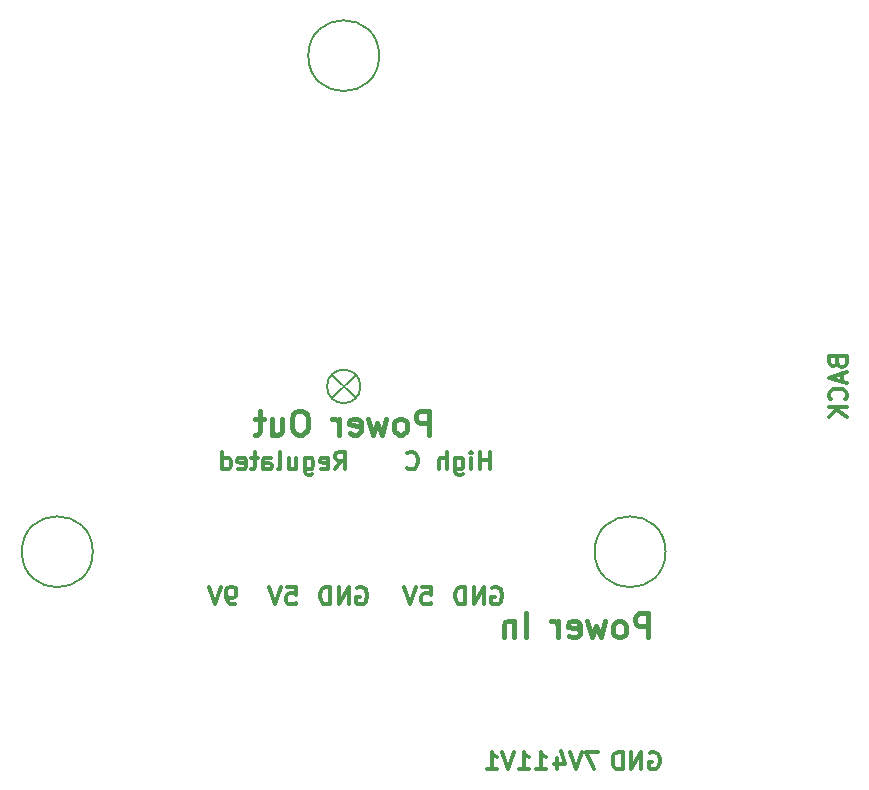
<source format=gbr>
G04 #@! TF.GenerationSoftware,KiCad,Pcbnew,(5.0.0)*
G04 #@! TF.CreationDate,2018-08-26T00:23:22+09:00*
G04 #@! TF.ProjectId,power-supply,706F7765722D737570706C792E6B6963,rev?*
G04 #@! TF.SameCoordinates,Original*
G04 #@! TF.FileFunction,Legend,Bot*
G04 #@! TF.FilePolarity,Positive*
%FSLAX46Y46*%
G04 Gerber Fmt 4.6, Leading zero omitted, Abs format (unit mm)*
G04 Created by KiCad (PCBNEW (5.0.0)) date 08/26/18 00:23:22*
%MOMM*%
%LPD*%
G01*
G04 APERTURE LIST*
%ADD10C,0.200000*%
%ADD11C,0.300000*%
%ADD12C,0.400000*%
G04 APERTURE END LIST*
D10*
X3000000Y28000000D02*
G75*
G03X3000000Y28000000I-3000000J0D01*
G01*
X-21248711Y-13999999D02*
G75*
G03X-21248711Y-13999999I-3000000J0D01*
G01*
X27248711Y-13999999D02*
G75*
G03X27248711Y-13999999I-3000000J0D01*
G01*
X-1000000Y-1000000D02*
X1000000Y1000000D01*
D11*
X41802857Y2035714D02*
X41874285Y1821428D01*
X41945714Y1750000D01*
X42088571Y1678571D01*
X42302857Y1678571D01*
X42445714Y1750000D01*
X42517142Y1821428D01*
X42588571Y1964285D01*
X42588571Y2535714D01*
X41088571Y2535714D01*
X41088571Y2035714D01*
X41160000Y1892857D01*
X41231428Y1821428D01*
X41374285Y1750000D01*
X41517142Y1750000D01*
X41660000Y1821428D01*
X41731428Y1892857D01*
X41802857Y2035714D01*
X41802857Y2535714D01*
X42160000Y1107142D02*
X42160000Y392857D01*
X42588571Y1250000D02*
X41088571Y750000D01*
X42588571Y249999D01*
X42445714Y-1107142D02*
X42517142Y-1035714D01*
X42588571Y-821428D01*
X42588571Y-678571D01*
X42517142Y-464285D01*
X42374285Y-321428D01*
X42231428Y-250000D01*
X41945714Y-178571D01*
X41731428Y-178571D01*
X41445714Y-249999D01*
X41302857Y-321428D01*
X41160000Y-464285D01*
X41088571Y-678571D01*
X41088571Y-821428D01*
X41160000Y-1035714D01*
X41231428Y-1107142D01*
X42588571Y-1750000D02*
X41088571Y-1750000D01*
X42588571Y-2607142D02*
X41731428Y-1964285D01*
X41088571Y-2607142D02*
X41945714Y-1750000D01*
X25907857Y-31000000D02*
X26050714Y-30928571D01*
X26265000Y-30928571D01*
X26479285Y-31000000D01*
X26622142Y-31142857D01*
X26693571Y-31285714D01*
X26765000Y-31571428D01*
X26765000Y-31785714D01*
X26693571Y-32071428D01*
X26622142Y-32214285D01*
X26479285Y-32357142D01*
X26265000Y-32428571D01*
X26122142Y-32428571D01*
X25907857Y-32357142D01*
X25836428Y-32285714D01*
X25836428Y-31785714D01*
X26122142Y-31785714D01*
X25193571Y-32428571D02*
X25193571Y-30928571D01*
X24336428Y-32428571D01*
X24336428Y-30928571D01*
X23622142Y-32428571D02*
X23622142Y-30928571D01*
X23265000Y-30928571D01*
X23050714Y-31000000D01*
X22907857Y-31142857D01*
X22836428Y-31285714D01*
X22765000Y-31571428D01*
X22765000Y-31785714D01*
X22836428Y-32071428D01*
X22907857Y-32214285D01*
X23050714Y-32357142D01*
X23265000Y-32428571D01*
X23622142Y-32428571D01*
X21542142Y-30928571D02*
X20542142Y-30928571D01*
X21185000Y-32428571D01*
X20185000Y-30928571D02*
X19685000Y-32428571D01*
X19185000Y-30928571D01*
X18042142Y-31428571D02*
X18042142Y-32428571D01*
X18399285Y-30857142D02*
X18756428Y-31928571D01*
X17827857Y-31928571D01*
X16247857Y-32428571D02*
X17105000Y-32428571D01*
X16676428Y-32428571D02*
X16676428Y-30928571D01*
X16819285Y-31142857D01*
X16962142Y-31285714D01*
X17105000Y-31357142D01*
X14819285Y-32428571D02*
X15676428Y-32428571D01*
X15247857Y-32428571D02*
X15247857Y-30928571D01*
X15390714Y-31142857D01*
X15533571Y-31285714D01*
X15676428Y-31357142D01*
X14390714Y-30928571D02*
X13890714Y-32428571D01*
X13390714Y-30928571D01*
X12105000Y-32428571D02*
X12962142Y-32428571D01*
X12533571Y-32428571D02*
X12533571Y-30928571D01*
X12676428Y-31142857D01*
X12819285Y-31285714D01*
X12962142Y-31357142D01*
X12572857Y-17030000D02*
X12715714Y-16958571D01*
X12930000Y-16958571D01*
X13144285Y-17030000D01*
X13287142Y-17172857D01*
X13358571Y-17315714D01*
X13430000Y-17601428D01*
X13430000Y-17815714D01*
X13358571Y-18101428D01*
X13287142Y-18244285D01*
X13144285Y-18387142D01*
X12930000Y-18458571D01*
X12787142Y-18458571D01*
X12572857Y-18387142D01*
X12501428Y-18315714D01*
X12501428Y-17815714D01*
X12787142Y-17815714D01*
X11858571Y-18458571D02*
X11858571Y-16958571D01*
X11001428Y-18458571D01*
X11001428Y-16958571D01*
X10287142Y-18458571D02*
X10287142Y-16958571D01*
X9930000Y-16958571D01*
X9715714Y-17030000D01*
X9572857Y-17172857D01*
X9501428Y-17315714D01*
X9430000Y-17601428D01*
X9430000Y-17815714D01*
X9501428Y-18101428D01*
X9572857Y-18244285D01*
X9715714Y-18387142D01*
X9930000Y-18458571D01*
X10287142Y-18458571D01*
X6635714Y-16958571D02*
X7350000Y-16958571D01*
X7421428Y-17672857D01*
X7350000Y-17601428D01*
X7207142Y-17530000D01*
X6850000Y-17530000D01*
X6707142Y-17601428D01*
X6635714Y-17672857D01*
X6564285Y-17815714D01*
X6564285Y-18172857D01*
X6635714Y-18315714D01*
X6707142Y-18387142D01*
X6850000Y-18458571D01*
X7207142Y-18458571D01*
X7350000Y-18387142D01*
X7421428Y-18315714D01*
X6135714Y-16958571D02*
X5635714Y-18458571D01*
X5135714Y-16958571D01*
X1142857Y-17030000D02*
X1285714Y-16958571D01*
X1500000Y-16958571D01*
X1714285Y-17030000D01*
X1857142Y-17172857D01*
X1928571Y-17315714D01*
X2000000Y-17601428D01*
X2000000Y-17815714D01*
X1928571Y-18101428D01*
X1857142Y-18244285D01*
X1714285Y-18387142D01*
X1500000Y-18458571D01*
X1357142Y-18458571D01*
X1142857Y-18387142D01*
X1071428Y-18315714D01*
X1071428Y-17815714D01*
X1357142Y-17815714D01*
X428571Y-18458571D02*
X428571Y-16958571D01*
X-428571Y-18458571D01*
X-428571Y-16958571D01*
X-1142857Y-18458571D02*
X-1142857Y-16958571D01*
X-1500000Y-16958571D01*
X-1714285Y-17030000D01*
X-1857142Y-17172857D01*
X-1928571Y-17315714D01*
X-1999999Y-17601428D01*
X-1999999Y-17815714D01*
X-1928571Y-18101428D01*
X-1857142Y-18244285D01*
X-1714285Y-18387142D01*
X-1500000Y-18458571D01*
X-1142857Y-18458571D01*
X-4794285Y-16958571D02*
X-4080000Y-16958571D01*
X-4008571Y-17672857D01*
X-4080000Y-17601428D01*
X-4222857Y-17530000D01*
X-4580000Y-17530000D01*
X-4722857Y-17601428D01*
X-4794285Y-17672857D01*
X-4865714Y-17815714D01*
X-4865714Y-18172857D01*
X-4794285Y-18315714D01*
X-4722857Y-18387142D01*
X-4580000Y-18458571D01*
X-4222857Y-18458571D01*
X-4080000Y-18387142D01*
X-4008571Y-18315714D01*
X-5294285Y-16958571D02*
X-5794285Y-18458571D01*
X-6294285Y-16958571D01*
X-9231428Y-18458571D02*
X-9517142Y-18458571D01*
X-9660000Y-18387142D01*
X-9731428Y-18315714D01*
X-9874285Y-18101428D01*
X-9945714Y-17815714D01*
X-9945714Y-17244285D01*
X-9874285Y-17101428D01*
X-9802857Y-17030000D01*
X-9660000Y-16958571D01*
X-9374285Y-16958571D01*
X-9231428Y-17030000D01*
X-9160000Y-17101428D01*
X-9088571Y-17244285D01*
X-9088571Y-17601428D01*
X-9160000Y-17744285D01*
X-9231428Y-17815714D01*
X-9374285Y-17887142D01*
X-9660000Y-17887142D01*
X-9802857Y-17815714D01*
X-9874285Y-17744285D01*
X-9945714Y-17601428D01*
X-10374285Y-16958571D02*
X-10874285Y-18458571D01*
X-11374285Y-16958571D01*
D12*
X25780238Y-21224761D02*
X25780238Y-19224761D01*
X25018333Y-19224761D01*
X24827857Y-19320000D01*
X24732619Y-19415238D01*
X24637380Y-19605714D01*
X24637380Y-19891428D01*
X24732619Y-20081904D01*
X24827857Y-20177142D01*
X25018333Y-20272380D01*
X25780238Y-20272380D01*
X23494523Y-21224761D02*
X23685000Y-21129523D01*
X23780238Y-21034285D01*
X23875476Y-20843809D01*
X23875476Y-20272380D01*
X23780238Y-20081904D01*
X23685000Y-19986666D01*
X23494523Y-19891428D01*
X23208809Y-19891428D01*
X23018333Y-19986666D01*
X22923095Y-20081904D01*
X22827857Y-20272380D01*
X22827857Y-20843809D01*
X22923095Y-21034285D01*
X23018333Y-21129523D01*
X23208809Y-21224761D01*
X23494523Y-21224761D01*
X22161190Y-19891428D02*
X21780238Y-21224761D01*
X21399285Y-20272380D01*
X21018333Y-21224761D01*
X20637380Y-19891428D01*
X19113571Y-21129523D02*
X19304047Y-21224761D01*
X19685000Y-21224761D01*
X19875476Y-21129523D01*
X19970714Y-20939047D01*
X19970714Y-20177142D01*
X19875476Y-19986666D01*
X19685000Y-19891428D01*
X19304047Y-19891428D01*
X19113571Y-19986666D01*
X19018333Y-20177142D01*
X19018333Y-20367619D01*
X19970714Y-20558095D01*
X18161190Y-21224761D02*
X18161190Y-19891428D01*
X18161190Y-20272380D02*
X18065952Y-20081904D01*
X17970714Y-19986666D01*
X17780238Y-19891428D01*
X17589761Y-19891428D01*
X15399285Y-21224761D02*
X15399285Y-19224761D01*
X14446904Y-19891428D02*
X14446904Y-21224761D01*
X14446904Y-20081904D02*
X14351666Y-19986666D01*
X14161190Y-19891428D01*
X13875476Y-19891428D01*
X13685000Y-19986666D01*
X13589761Y-20177142D01*
X13589761Y-21224761D01*
D11*
X12354285Y-7028571D02*
X12354285Y-5528571D01*
X12354285Y-6242857D02*
X11497142Y-6242857D01*
X11497142Y-7028571D02*
X11497142Y-5528571D01*
X10782857Y-7028571D02*
X10782857Y-6028571D01*
X10782857Y-5528571D02*
X10854285Y-5600000D01*
X10782857Y-5671428D01*
X10711428Y-5600000D01*
X10782857Y-5528571D01*
X10782857Y-5671428D01*
X9425714Y-6028571D02*
X9425714Y-7242857D01*
X9497142Y-7385714D01*
X9568571Y-7457142D01*
X9711428Y-7528571D01*
X9925714Y-7528571D01*
X10068571Y-7457142D01*
X9425714Y-6957142D02*
X9568571Y-7028571D01*
X9854285Y-7028571D01*
X9997142Y-6957142D01*
X10068571Y-6885714D01*
X10140000Y-6742857D01*
X10140000Y-6314285D01*
X10068571Y-6171428D01*
X9997142Y-6100000D01*
X9854285Y-6028571D01*
X9568571Y-6028571D01*
X9425714Y-6100000D01*
X8711428Y-7028571D02*
X8711428Y-5528571D01*
X8068571Y-7028571D02*
X8068571Y-6242857D01*
X8140000Y-6100000D01*
X8282857Y-6028571D01*
X8497142Y-6028571D01*
X8640000Y-6100000D01*
X8711428Y-6171428D01*
X5354285Y-6885714D02*
X5425714Y-6957142D01*
X5640000Y-7028571D01*
X5782857Y-7028571D01*
X5997142Y-6957142D01*
X6140000Y-6814285D01*
X6211428Y-6671428D01*
X6282857Y-6385714D01*
X6282857Y-6171428D01*
X6211428Y-5885714D01*
X6140000Y-5742857D01*
X5997142Y-5600000D01*
X5782857Y-5528571D01*
X5640000Y-5528571D01*
X5425714Y-5600000D01*
X5354285Y-5671428D01*
X-722857Y-7028571D02*
X-222857Y-6314285D01*
X134285Y-7028571D02*
X134285Y-5528571D01*
X-437142Y-5528571D01*
X-580000Y-5600000D01*
X-651428Y-5671428D01*
X-722857Y-5814285D01*
X-722857Y-6028571D01*
X-651428Y-6171428D01*
X-580000Y-6242857D01*
X-437142Y-6314285D01*
X134285Y-6314285D01*
X-1937142Y-6957142D02*
X-1794285Y-7028571D01*
X-1508571Y-7028571D01*
X-1365714Y-6957142D01*
X-1294285Y-6814285D01*
X-1294285Y-6242857D01*
X-1365714Y-6100000D01*
X-1508571Y-6028571D01*
X-1794285Y-6028571D01*
X-1937142Y-6100000D01*
X-2008571Y-6242857D01*
X-2008571Y-6385714D01*
X-1294285Y-6528571D01*
X-3294285Y-6028571D02*
X-3294285Y-7242857D01*
X-3222857Y-7385714D01*
X-3151428Y-7457142D01*
X-3008571Y-7528571D01*
X-2794285Y-7528571D01*
X-2651428Y-7457142D01*
X-3294285Y-6957142D02*
X-3151428Y-7028571D01*
X-2865714Y-7028571D01*
X-2722857Y-6957142D01*
X-2651428Y-6885714D01*
X-2580000Y-6742857D01*
X-2580000Y-6314285D01*
X-2651428Y-6171428D01*
X-2722857Y-6100000D01*
X-2865714Y-6028571D01*
X-3151428Y-6028571D01*
X-3294285Y-6100000D01*
X-4651428Y-6028571D02*
X-4651428Y-7028571D01*
X-4008571Y-6028571D02*
X-4008571Y-6814285D01*
X-4080000Y-6957142D01*
X-4222857Y-7028571D01*
X-4437142Y-7028571D01*
X-4580000Y-6957142D01*
X-4651428Y-6885714D01*
X-5580000Y-7028571D02*
X-5437142Y-6957142D01*
X-5365714Y-6814285D01*
X-5365714Y-5528571D01*
X-6794285Y-7028571D02*
X-6794285Y-6242857D01*
X-6722857Y-6100000D01*
X-6580000Y-6028571D01*
X-6294285Y-6028571D01*
X-6151428Y-6100000D01*
X-6794285Y-6957142D02*
X-6651428Y-7028571D01*
X-6294285Y-7028571D01*
X-6151428Y-6957142D01*
X-6080000Y-6814285D01*
X-6080000Y-6671428D01*
X-6151428Y-6528571D01*
X-6294285Y-6457142D01*
X-6651428Y-6457142D01*
X-6794285Y-6385714D01*
X-7294285Y-6028571D02*
X-7865714Y-6028571D01*
X-7508571Y-5528571D02*
X-7508571Y-6814285D01*
X-7580000Y-6957142D01*
X-7722857Y-7028571D01*
X-7865714Y-7028571D01*
X-8937142Y-6957142D02*
X-8794285Y-7028571D01*
X-8508571Y-7028571D01*
X-8365714Y-6957142D01*
X-8294285Y-6814285D01*
X-8294285Y-6242857D01*
X-8365714Y-6100000D01*
X-8508571Y-6028571D01*
X-8794285Y-6028571D01*
X-8937142Y-6100000D01*
X-9008571Y-6242857D01*
X-9008571Y-6385714D01*
X-8294285Y-6528571D01*
X-10294285Y-7028571D02*
X-10294285Y-5528571D01*
X-10294285Y-6957142D02*
X-10151428Y-7028571D01*
X-9865714Y-7028571D01*
X-9722857Y-6957142D01*
X-9651428Y-6885714D01*
X-9580000Y-6742857D01*
X-9580000Y-6314285D01*
X-9651428Y-6171428D01*
X-9722857Y-6100000D01*
X-9865714Y-6028571D01*
X-10151428Y-6028571D01*
X-10294285Y-6100000D01*
D12*
X7238095Y-4079761D02*
X7238095Y-2079761D01*
X6476190Y-2079761D01*
X6285714Y-2175000D01*
X6190476Y-2270238D01*
X6095238Y-2460714D01*
X6095238Y-2746428D01*
X6190476Y-2936904D01*
X6285714Y-3032142D01*
X6476190Y-3127380D01*
X7238095Y-3127380D01*
X4952380Y-4079761D02*
X5142857Y-3984523D01*
X5238095Y-3889285D01*
X5333333Y-3698809D01*
X5333333Y-3127380D01*
X5238095Y-2936904D01*
X5142857Y-2841666D01*
X4952380Y-2746428D01*
X4666666Y-2746428D01*
X4476190Y-2841666D01*
X4380952Y-2936904D01*
X4285714Y-3127380D01*
X4285714Y-3698809D01*
X4380952Y-3889285D01*
X4476190Y-3984523D01*
X4666666Y-4079761D01*
X4952380Y-4079761D01*
X3619047Y-2746428D02*
X3238095Y-4079761D01*
X2857142Y-3127380D01*
X2476190Y-4079761D01*
X2095238Y-2746428D01*
X571428Y-3984523D02*
X761904Y-4079761D01*
X1142857Y-4079761D01*
X1333333Y-3984523D01*
X1428571Y-3794047D01*
X1428571Y-3032142D01*
X1333333Y-2841666D01*
X1142857Y-2746428D01*
X761904Y-2746428D01*
X571428Y-2841666D01*
X476190Y-3032142D01*
X476190Y-3222619D01*
X1428571Y-3413095D01*
X-380952Y-4079761D02*
X-380952Y-2746428D01*
X-380952Y-3127380D02*
X-476190Y-2936904D01*
X-571428Y-2841666D01*
X-761904Y-2746428D01*
X-952380Y-2746428D01*
X-3523809Y-2079761D02*
X-3904761Y-2079761D01*
X-4095238Y-2175000D01*
X-4285714Y-2365476D01*
X-4380952Y-2746428D01*
X-4380952Y-3413095D01*
X-4285714Y-3794047D01*
X-4095238Y-3984523D01*
X-3904761Y-4079761D01*
X-3523809Y-4079761D01*
X-3333333Y-3984523D01*
X-3142857Y-3794047D01*
X-3047619Y-3413095D01*
X-3047619Y-2746428D01*
X-3142857Y-2365476D01*
X-3333333Y-2175000D01*
X-3523809Y-2079761D01*
X-6095238Y-2746428D02*
X-6095238Y-4079761D01*
X-5238095Y-2746428D02*
X-5238095Y-3794047D01*
X-5333333Y-3984523D01*
X-5523809Y-4079761D01*
X-5809523Y-4079761D01*
X-6000000Y-3984523D01*
X-6095238Y-3889285D01*
X-6761904Y-2746428D02*
X-7523809Y-2746428D01*
X-7047619Y-2079761D02*
X-7047619Y-3794047D01*
X-7142857Y-3984523D01*
X-7333333Y-4079761D01*
X-7523809Y-4079761D01*
D10*
X1414214Y0D02*
G75*
G03X1414214Y0I-1414214J0D01*
G01*
X1000000Y-1000000D02*
X-1000000Y1000000D01*
M02*

</source>
